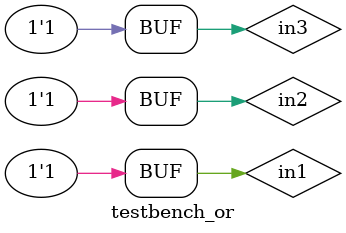
<source format=v>
module testbench_or;
reg in1,in2,in3;
wire out1;
or3 a1(.a(in1),.b(in2),.c(in3),.d(out1));
initial
 begin
 in1=0;in2=0;in3=0;

 #10 in1=0;in2=0;in3=1;

 #10 in1=0;in2=1;in3=0;
 
 #10 in1=0;in2=1;in3=1;

 #10 in1=1;in2=0;in3=0;
 
 #10 in1=1;in2=0;in3=1;

 #10 in1=1;in2=1;in3=0;

 #10 in1=1;in2=1;in3=1;
 #10 ;
 
 end
endmodule

</source>
